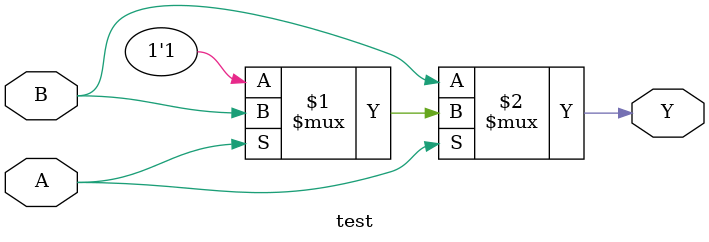
<source format=v>
module test(input A, B, output Y);
assign Y = A ? A ? B : 1'b1 : B;
endmodule

</source>
